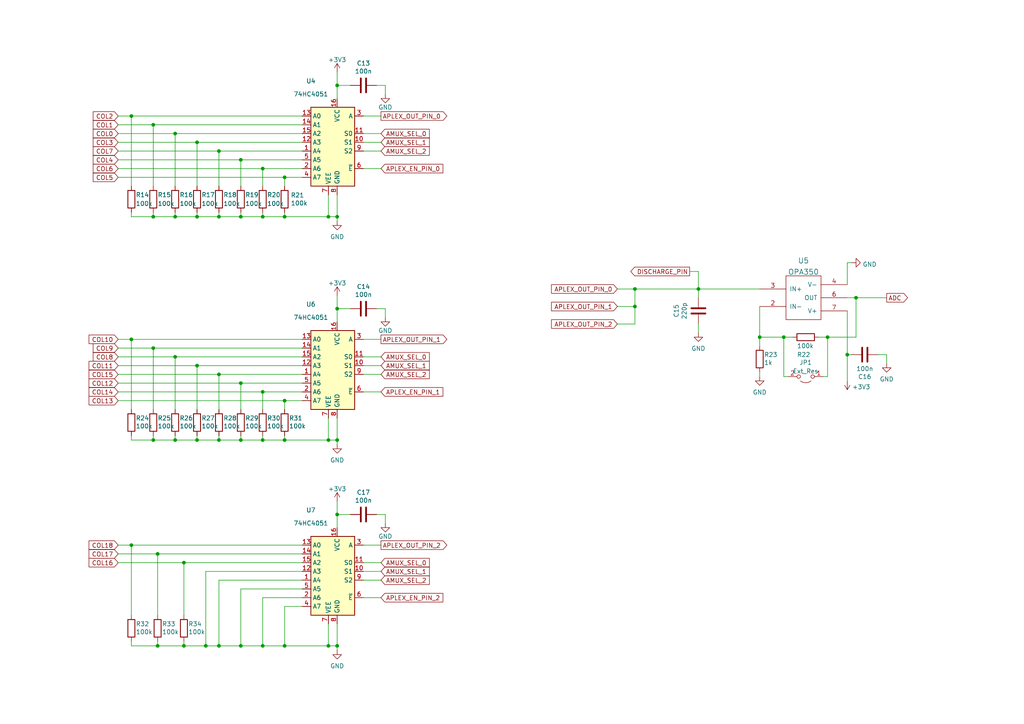
<source format=kicad_sch>
(kicad_sch (version 20231120) (generator "eeschema") (generator_version "8.0")
  (paper "A4")
  (title_block (title "CDS") (date "2023-11-17") (rev "1.0") (company "LU.SV Solutions") (comment 1 "Cipulot PCB Design") (comment 2 "Cipulot") (comment 3 "CC-BY-NC-SA-4.0"))
  (lib_symbols
    (symbol "74xx:74HC4051"
      (property "Reference" "U" (at -5.08 11.43 0))
      (property "Value" "74HC4051" (at -7.62 -13.97 0))
      (symbol "74HC4051_0_1"
        (rectangle (start -5.08 10.16) (end 7.62 -12.7) (stroke (width 0.254)) (fill (type background)))
      )
      (symbol "74HC4051_1_1"
        (pin passive line (at 10.16 -2.54 180) (length 2.54) (name "A4") (number "1"))
        (pin input line (at -7.62 0 0) (length 2.54) (name "S1") (number "10"))
        (pin input line (at -7.62 2.54 0) (length 2.54) (name "S0") (number "11"))
        (pin passive line (at 10.16 0 180) (length 2.54) (name "A3") (number "12"))
        (pin passive line (at 10.16 7.62 180) (length 2.54) (name "A0") (number "13"))
        (pin passive line (at 10.16 5.08 180) (length 2.54) (name "A1") (number "14"))
        (pin passive line (at 10.16 2.54 180) (length 2.54) (name "A2") (number "15"))
        (pin power_in line (at 0 12.7 270) (length 2.54) (name "VCC") (number "16"))
        (pin passive line (at 10.16 -7.62 180) (length 2.54) (name "A6") (number "2"))
        (pin passive line (at -7.62 7.62 0) (length 2.54) (name "A") (number "3"))
        (pin passive line (at 10.16 -10.16 180) (length 2.54) (name "A7") (number "4"))
        (pin passive line (at 10.16 -5.08 180) (length 2.54) (name "A5") (number "5"))
        (pin input line (at -7.62 -7.62 0) (length 2.54) (name "~{E}") (number "6"))
        (pin power_in line (at 2.54 -15.24 90) (length 2.54) (name "VEE") (number "7"))
        (pin power_in line (at 0 -15.24 90) (length 2.54) (name "GND") (number "8"))
        (pin input line (at -7.62 -2.54 0) (length 2.54) (name "S2") (number "9"))
      )
    )
    (symbol "Device:C" (pin_numbers hide) (pin_names (offset 0.254))
      (property "Reference" "C" (at 0.635 2.54 0))
      (property "Value" "C" (at 0.635 -2.54 0))
      (symbol "C_0_1"
        (polyline (pts (xy -2.032 -0.762) (xy 2.032 -0.762)) (stroke (width 0.508)))
        (polyline (pts (xy -2.032 0.762) (xy 2.032 0.762)) (stroke (width 0.508)))
      )
      (symbol "C_1_1"
        (pin passive line (at 0 3.81 270) (length 2.794) (name "~") (number "1"))
        (pin passive line (at 0 -3.81 90) (length 2.794) (name "~") (number "2"))
      )
    )
    (symbol "Device:R" (pin_numbers hide) (pin_names (offset 0))
      (property "Reference" "R" (at 2.032 0 90))
      (property "Value" "R" (at 0 0 90))
      (symbol "R_0_1"
        (rectangle (start -1.016 -2.54) (end 1.016 2.54) (stroke (width 0.254)))
      )
      (symbol "R_1_1"
        (pin passive line (at 0 3.81 270) (length 1.27) (name "~") (number "1"))
        (pin passive line (at 0 -3.81 90) (length 1.27) (name "~") (number "2"))
      )
    )
    (symbol "Jumper:Jumper_2_Open" (pin_names (offset 0) hide)
      (property "Reference" "JP" (at 0 2.794 0))
      (property "Value" "Jumper_2_Open" (at 0 -2.286 0))
      (symbol "Jumper_2_Open_0_0"
        (circle (center -2.032 0) (radius 0.508))
        (circle (center 2.032 0) (radius 0.508))
      )
      (symbol "Jumper_2_Open_0_1"
        (arc (start 1.524 1.27) (mid 0 1.778) (end -1.524 1.27))
      )
      (symbol "Jumper_2_Open_1_1"
        (pin passive line (at -5.08 0 0) (length 2.54) (name "A") (number "1"))
        (pin passive line (at 5.08 0 180) (length 2.54) (name "B") (number "2"))
      )
    )
    (symbol "burrbrown:OPA350" (pin_names (offset 1.016))
      (property "Reference" "U" (at 8.89 -7.62 0))
      (property "Value" "OPA350" (at 5.08 7.62 0))
      (symbol "OPA350_0_1"
        (rectangle (start 0 -6.35) (end 10.16 6.35))
        (pin input line (at -7.62 2.54 0) (length 7.62) (name "IN-") (number "2"))
        (pin input line (at -7.62 -2.54 0) (length 7.62) (name "IN+") (number "3"))
        (pin input line (at 17.78 -3.81 180) (length 7.62) (name "V-") (number "4"))
        (pin input line (at 17.78 0 180) (length 7.62) (name "OUT") (number "6"))
        (pin input line (at 17.78 3.81 180) (length 7.62) (name "V+") (number "7"))
      )
    )
    (symbol "power:+3.3V" (power) (pin_names (offset 0))
      (property "Value" "+3.3V" (at 0 3.556 0))
      (symbol "+3.3V_0_1"
        (polyline (pts (xy -0.762 1.27) (xy 0 2.54)))
        (polyline (pts (xy 0 0) (xy 0 2.54)))
        (polyline (pts (xy 0 2.54) (xy 0.762 1.27)))
      )
      (symbol "+3.3V_1_1"
        (pin power_in line (at 0 0 90) (length 0) hide (name "+3V3") (number "1"))
      )
    )
    (symbol "power:GND" (power) (pin_names (offset 0))
      (property "Value" "GND" (at 0 -3.81 0))
      (symbol "GND_0_1"
        (polyline (pts (xy 0 0) (xy 0 -1.27) (xy 1.27 -1.27) (xy 0 -2.54) (xy -1.27 -1.27) (xy 0 -1.27)))
      )
      (symbol "GND_1_1"
        (pin power_in line (at 0 0 270) (length 0) hide (name "GND") (number "1"))
      )
    )
  )
  (junction (at 248.285 86.36))
  (junction (at 95.25 187.325))
  (junction (at 76.2 187.325))
  (junction (at 95.25 62.865))
  (junction (at 184.15 88.9))
  (junction (at 57.15 41.275))
  (junction (at 97.79 24.765))
  (junction (at 97.79 62.865))
  (junction (at 53.34 163.195))
  (junction (at 82.55 116.205))
  (junction (at 76.2 113.665))
  (junction (at 69.85 187.325))
  (junction (at 76.2 62.865))
  (junction (at 69.85 127.635))
  (junction (at 44.45 100.965))
  (junction (at 82.55 187.325))
  (junction (at 69.85 111.125))
  (junction (at 95.25 127.635))
  (junction (at 50.8 62.865))
  (junction (at 202.565 83.82))
  (junction (at 97.79 187.325))
  (junction (at 63.5 108.585))
  (junction (at 57.15 62.865))
  (junction (at 184.15 83.82))
  (junction (at 45.72 187.325))
  (junction (at 38.1 158.115))
  (junction (at 220.345 97.79))
  (junction (at 45.72 160.655))
  (junction (at 69.85 62.865))
  (junction (at 44.45 62.865))
  (junction (at 63.5 43.815))
  (junction (at 97.79 89.535))
  (junction (at 44.45 127.635))
  (junction (at 76.2 48.895))
  (junction (at 227.33 97.79))
  (junction (at 50.8 127.635))
  (junction (at 57.15 127.635))
  (junction (at 63.5 187.325))
  (junction (at 82.55 51.435))
  (junction (at 69.85 46.355))
  (junction (at 97.79 127.635))
  (junction (at 38.1 33.655))
  (junction (at 59.69 187.325))
  (junction (at 63.5 127.635))
  (junction (at 240.03 97.79))
  (junction (at 57.15 106.045))
  (junction (at 63.5 62.865))
  (junction (at 97.79 149.225))
  (junction (at 44.45 36.195))
  (junction (at 38.1 98.425))
  (junction (at 245.745 102.87))
  (junction (at 53.34 187.325))
  (junction (at 50.8 103.505))
  (junction (at 82.55 62.865))
  (junction (at 50.8 38.735))
  (junction (at 76.2 127.635))
  (junction (at 82.55 127.635))
  (wire (pts (xy 248.285 97.79) (xy 248.285 86.36)))
  (wire (pts (xy 76.2 53.975) (xy 76.2 48.895)))
  (wire (pts (xy 45.72 186.055) (xy 45.72 187.325)))
  (wire (pts (xy 34.29 98.425) (xy 38.1 98.425)))
  (wire (pts (xy 109.22 149.225) (xy 111.76 149.225)))
  (wire (pts (xy 38.1 98.425) (xy 87.63 98.425)))
  (wire (pts (xy 97.79 64.135) (xy 97.79 62.865)))
  (wire (pts (xy 227.33 97.79) (xy 229.87 97.79)))
  (wire (pts (xy 38.1 53.975) (xy 38.1 33.655)))
  (wire (pts (xy 53.34 163.195) (xy 53.34 178.435)))
  (wire (pts (xy 76.2 173.355) (xy 76.2 187.325)))
  (wire (pts (xy 87.63 51.435) (xy 82.55 51.435)))
  (wire (pts (xy 38.1 127.635) (xy 44.45 127.635)))
  (wire (pts (xy 76.2 61.595) (xy 76.2 62.865)))
  (wire (pts (xy 87.63 165.735) (xy 59.69 165.735)))
  (wire (pts (xy 63.5 118.745) (xy 63.5 108.585)))
  (wire (pts (xy 220.345 97.79) (xy 227.33 97.79)))
  (wire (pts (xy 50.8 53.975) (xy 50.8 38.735)))
  (wire (pts (xy 109.22 89.535) (xy 111.76 89.535)))
  (wire (pts (xy 97.79 128.905) (xy 97.79 127.635)))
  (wire (pts (xy 87.63 41.275) (xy 57.15 41.275)))
  (wire (pts (xy 38.1 178.435) (xy 38.1 158.115)))
  (wire (pts (xy 179.07 83.82) (xy 184.15 83.82)))
  (wire (pts (xy 82.55 53.975) (xy 82.55 51.435)))
  (wire (pts (xy 69.85 127.635) (xy 76.2 127.635)))
  (wire (pts (xy 57.15 106.045) (xy 34.29 106.045)))
  (wire (pts (xy 45.72 160.655) (xy 87.63 160.655)))
  (wire (pts (xy 105.41 165.735) (xy 110.49 165.735)))
  (wire (pts (xy 50.8 62.865) (xy 57.15 62.865)))
  (wire (pts (xy 82.55 118.745) (xy 82.55 116.205)))
  (wire (pts (xy 53.34 187.325) (xy 59.69 187.325)))
  (wire (pts (xy 87.63 36.195) (xy 44.45 36.195)))
  (wire (pts (xy 57.15 127.635) (xy 63.5 127.635)))
  (wire (pts (xy 87.63 106.045) (xy 57.15 106.045)))
  (wire (pts (xy 200.025 78.74) (xy 202.565 78.74)))
  (wire (pts (xy 69.85 62.865) (xy 76.2 62.865)))
  (wire (pts (xy 87.63 38.735) (xy 50.8 38.735)))
  (wire (pts (xy 69.85 170.815) (xy 69.85 187.325)))
  (wire (pts (xy 97.79 24.765) (xy 97.79 28.575)))
  (wire (pts (xy 95.25 180.975) (xy 95.25 187.325)))
  (wire (pts (xy 248.285 86.36) (xy 257.175 86.36)))
  (wire (pts (xy 95.25 121.285) (xy 95.25 127.635)))
  (wire (pts (xy 87.63 43.815) (xy 63.5 43.815)))
  (wire (pts (xy 57.15 61.595) (xy 57.15 62.865)))
  (wire (pts (xy 50.8 103.505) (xy 34.29 103.505)))
  (wire (pts (xy 179.07 93.98) (xy 184.15 93.98)))
  (wire (pts (xy 202.565 86.36) (xy 202.565 83.82)))
  (wire (pts (xy 63.5 43.815) (xy 34.29 43.815)))
  (wire (pts (xy 63.5 127.635) (xy 69.85 127.635)))
  (wire (pts (xy 110.49 48.895) (xy 105.41 48.895)))
  (wire (pts (xy 63.5 62.865) (xy 69.85 62.865)))
  (wire (pts (xy 87.63 111.125) (xy 69.85 111.125)))
  (wire (pts (xy 34.29 51.435) (xy 82.55 51.435)))
  (wire (pts (xy 220.345 97.79) (xy 220.345 100.33)))
  (wire (pts (xy 76.2 187.325) (xy 82.55 187.325)))
  (wire (pts (xy 82.55 62.865) (xy 95.25 62.865)))
  (wire (pts (xy 111.76 89.535) (xy 111.76 92.075)))
  (wire (pts (xy 202.565 78.74) (xy 202.565 83.82)))
  (wire (pts (xy 254.635 102.87) (xy 257.175 102.87)))
  (wire (pts (xy 76.2 127.635) (xy 82.55 127.635)))
  (wire (pts (xy 69.85 61.595) (xy 69.85 62.865)))
  (wire (pts (xy 105.41 168.275) (xy 110.49 168.275)))
  (wire (pts (xy 87.63 108.585) (xy 63.5 108.585)))
  (wire (pts (xy 50.8 61.595) (xy 50.8 62.865)))
  (wire (pts (xy 97.79 188.595) (xy 97.79 187.325)))
  (wire (pts (xy 57.15 106.045) (xy 57.15 118.745)))
  (wire (pts (xy 220.345 88.9) (xy 220.345 97.79)))
  (wire (pts (xy 34.29 158.115) (xy 38.1 158.115)))
  (wire (pts (xy 82.55 187.325) (xy 95.25 187.325)))
  (wire (pts (xy 82.55 175.895) (xy 82.55 187.325)))
  (wire (pts (xy 101.6 149.225) (xy 97.79 149.225)))
  (wire (pts (xy 248.285 86.36) (xy 245.745 86.36)))
  (wire (pts (xy 44.45 126.365) (xy 44.45 127.635)))
  (wire (pts (xy 110.49 113.665) (xy 105.41 113.665)))
  (wire (pts (xy 82.55 127.635) (xy 95.25 127.635)))
  (wire (pts (xy 44.45 53.975) (xy 44.45 36.195)))
  (wire (pts (xy 44.45 36.195) (xy 34.29 36.195)))
  (wire (pts (xy 44.45 118.745) (xy 44.45 100.965)))
  (wire (pts (xy 45.72 160.655) (xy 45.72 178.435)))
  (wire (pts (xy 34.29 113.665) (xy 76.2 113.665)))
  (wire (pts (xy 95.25 56.515) (xy 95.25 62.865)))
  (wire (pts (xy 202.565 83.82) (xy 220.345 83.82)))
  (wire (pts (xy 179.07 88.9) (xy 184.15 88.9)))
  (wire (pts (xy 50.8 126.365) (xy 50.8 127.635)))
  (wire (pts (xy 237.49 97.79) (xy 240.03 97.79)))
  (wire (pts (xy 59.69 187.325) (xy 63.5 187.325)))
  (wire (pts (xy 38.1 33.655) (xy 87.63 33.655)))
  (wire (pts (xy 184.15 83.82) (xy 202.565 83.82)))
  (wire (pts (xy 38.1 186.055) (xy 38.1 187.325)))
  (wire (pts (xy 38.1 126.365) (xy 38.1 127.635)))
  (wire (pts (xy 105.41 41.275) (xy 110.49 41.275)))
  (wire (pts (xy 111.76 24.765) (xy 111.76 27.305)))
  (wire (pts (xy 184.15 93.98) (xy 184.15 88.9)))
  (wire (pts (xy 87.63 168.275) (xy 63.5 168.275)))
  (wire (pts (xy 87.63 46.355) (xy 69.85 46.355)))
  (wire (pts (xy 110.49 173.355) (xy 105.41 173.355)))
  (wire (pts (xy 87.63 100.965) (xy 44.45 100.965)))
  (wire (pts (xy 97.79 85.725) (xy 97.79 89.535)))
  (wire (pts (xy 105.41 163.195) (xy 110.49 163.195)))
  (wire (pts (xy 76.2 48.895) (xy 87.63 48.895)))
  (wire (pts (xy 34.29 33.655) (xy 38.1 33.655)))
  (wire (pts (xy 50.8 118.745) (xy 50.8 103.505)))
  (wire (pts (xy 110.49 33.655) (xy 105.41 33.655)))
  (wire (pts (xy 202.565 93.98) (xy 202.565 96.52)))
  (wire (pts (xy 63.5 53.975) (xy 63.5 43.815)))
  (wire (pts (xy 228.6 109.22) (xy 227.33 109.22)))
  (wire (pts (xy 69.85 118.745) (xy 69.85 111.125)))
  (wire (pts (xy 38.1 187.325) (xy 45.72 187.325)))
  (wire (pts (xy 63.5 61.595) (xy 63.5 62.865)))
  (wire (pts (xy 95.25 187.325) (xy 97.79 187.325)))
  (wire (pts (xy 76.2 118.745) (xy 76.2 113.665)))
  (wire (pts (xy 53.34 186.055) (xy 53.34 187.325)))
  (wire (pts (xy 57.15 62.865) (xy 63.5 62.865)))
  (wire (pts (xy 63.5 108.585) (xy 34.29 108.585)))
  (wire (pts (xy 97.79 121.285) (xy 97.79 127.635)))
  (wire (pts (xy 34.29 160.655) (xy 45.72 160.655)))
  (wire (pts (xy 109.22 24.765) (xy 111.76 24.765)))
  (wire (pts (xy 50.8 38.735) (xy 34.29 38.735)))
  (wire (pts (xy 38.1 118.745) (xy 38.1 98.425)))
  (wire (pts (xy 105.41 106.045) (xy 110.49 106.045)))
  (wire (pts (xy 82.55 126.365) (xy 82.55 127.635)))
  (wire (pts (xy 69.85 46.355) (xy 34.29 46.355)))
  (wire (pts (xy 220.345 107.95) (xy 220.345 109.22)))
  (wire (pts (xy 44.45 127.635) (xy 50.8 127.635)))
  (wire (pts (xy 95.25 127.635) (xy 97.79 127.635)))
  (wire (pts (xy 45.72 187.325) (xy 53.34 187.325)))
  (wire (pts (xy 105.41 98.425) (xy 110.49 98.425)))
  (wire (pts (xy 57.15 41.275) (xy 34.29 41.275)))
  (wire (pts (xy 38.1 61.595) (xy 38.1 62.865)))
  (wire (pts (xy 57.15 41.275) (xy 57.15 53.975)))
  (wire (pts (xy 87.63 103.505) (xy 50.8 103.505)))
  (wire (pts (xy 63.5 187.325) (xy 69.85 187.325)))
  (wire (pts (xy 69.85 111.125) (xy 34.29 111.125)))
  (wire (pts (xy 34.29 48.895) (xy 76.2 48.895)))
  (wire (pts (xy 95.25 62.865) (xy 97.79 62.865)))
  (wire (pts (xy 97.79 20.955) (xy 97.79 24.765)))
  (wire (pts (xy 34.29 163.195) (xy 53.34 163.195)))
  (wire (pts (xy 63.5 126.365) (xy 63.5 127.635)))
  (wire (pts (xy 38.1 62.865) (xy 44.45 62.865)))
  (wire (pts (xy 245.745 82.55) (xy 245.745 76.2)))
  (wire (pts (xy 76.2 126.365) (xy 76.2 127.635)))
  (wire (pts (xy 34.29 116.205) (xy 82.55 116.205)))
  (wire (pts (xy 44.45 62.865) (xy 50.8 62.865)))
  (wire (pts (xy 227.33 109.22) (xy 227.33 97.79)))
  (wire (pts (xy 76.2 173.355) (xy 87.63 173.355)))
  (wire (pts (xy 76.2 62.865) (xy 82.55 62.865)))
  (wire (pts (xy 87.63 170.815) (xy 69.85 170.815)))
  (wire (pts (xy 257.175 102.87) (xy 257.175 105.41)))
  (wire (pts (xy 44.45 61.595) (xy 44.45 62.865)))
  (wire (pts (xy 105.41 103.505) (xy 110.49 103.505)))
  (wire (pts (xy 240.03 109.22) (xy 240.03 97.79)))
  (wire (pts (xy 87.63 175.895) (xy 82.55 175.895)))
  (wire (pts (xy 53.34 163.195) (xy 87.63 163.195)))
  (wire (pts (xy 111.76 149.225) (xy 111.76 151.765)))
  (wire (pts (xy 245.745 90.17) (xy 245.745 102.87)))
  (wire (pts (xy 69.85 187.325) (xy 76.2 187.325)))
  (wire (pts (xy 59.69 165.735) (xy 59.69 187.325)))
  (wire (pts (xy 50.8 127.635) (xy 57.15 127.635)))
  (wire (pts (xy 101.6 24.765) (xy 97.79 24.765)))
  (wire (pts (xy 101.6 89.535) (xy 97.79 89.535)))
  (wire (pts (xy 97.79 145.415) (xy 97.79 149.225)))
  (wire (pts (xy 69.85 53.975) (xy 69.85 46.355)))
  (wire (pts (xy 97.79 149.225) (xy 97.79 153.035)))
  (wire (pts (xy 247.015 102.87) (xy 245.745 102.87)))
  (wire (pts (xy 184.15 83.82) (xy 184.15 88.9)))
  (wire (pts (xy 105.41 43.815) (xy 110.49 43.815)))
  (wire (pts (xy 44.45 100.965) (xy 34.29 100.965)))
  (wire (pts (xy 97.79 180.975) (xy 97.79 187.325)))
  (wire (pts (xy 57.15 126.365) (xy 57.15 127.635)))
  (wire (pts (xy 245.745 76.2) (xy 247.015 76.2)))
  (wire (pts (xy 69.85 126.365) (xy 69.85 127.635)))
  (wire (pts (xy 97.79 89.535) (xy 97.79 93.345)))
  (wire (pts (xy 38.1 158.115) (xy 87.63 158.115)))
  (wire (pts (xy 105.41 108.585) (xy 110.49 108.585)))
  (wire (pts (xy 110.49 158.115) (xy 105.41 158.115)))
  (wire (pts (xy 240.03 97.79) (xy 248.285 97.79)))
  (wire (pts (xy 105.41 38.735) (xy 110.49 38.735)))
  (wire (pts (xy 82.55 61.595) (xy 82.55 62.865)))
  (wire (pts (xy 63.5 168.275) (xy 63.5 187.325)))
  (wire (pts (xy 76.2 113.665) (xy 87.63 113.665)))
  (wire (pts (xy 97.79 56.515) (xy 97.79 62.865)))
  (wire (pts (xy 238.76 109.22) (xy 240.03 109.22)))
  (wire (pts (xy 87.63 116.205) (xy 82.55 116.205)))
  (wire (pts (xy 245.745 110.49) (xy 245.745 102.87)))
  (global_label "AMUX_SEL_2" (shape input) (at 110.49 108.585 0) (property "Intersheetrefs" "${INTERSHEET_REFS}" (effects (hide yes))))
  (global_label "COL10" (shape input) (at 34.29 98.425 180) (property "Intersheetrefs" "${INTERSHEET_REFS}" (effects (hide yes))))
  (global_label "COL7" (shape input) (at 34.29 43.815 180) (property "Intersheetrefs" "${INTERSHEET_REFS}" (effects (hide yes))))
  (global_label "AMUX_SEL_0" (shape input) (at 110.49 38.735 0) (property "Intersheetrefs" "${INTERSHEET_REFS}" (effects (hide yes))))
  (global_label "APLEX_OUT_PIN_1" (shape output) (at 110.49 98.425 0) (property "Intersheetrefs" "${INTERSHEET_REFS}" (effects (hide yes))))
  (global_label "COL3" (shape input) (at 34.29 41.275 180) (property "Intersheetrefs" "${INTERSHEET_REFS}" (effects (hide yes))))
  (global_label "COL0" (shape input) (at 34.29 38.735 180) (property "Intersheetrefs" "${INTERSHEET_REFS}" (effects (hide yes))))
  (global_label "APLEX_OUT_PIN_1" (shape input) (at 179.07 88.9 180) (property "Intersheetrefs" "${INTERSHEET_REFS}" (effects (hide yes))))
  (global_label "COL6" (shape input) (at 34.29 48.895 180) (property "Intersheetrefs" "${INTERSHEET_REFS}" (effects (hide yes))))
  (global_label "COL13" (shape input) (at 34.29 116.205 180) (property "Intersheetrefs" "${INTERSHEET_REFS}" (effects (hide yes))))
  (global_label "AMUX_SEL_1" (shape input) (at 110.49 41.275 0) (property "Intersheetrefs" "${INTERSHEET_REFS}" (effects (hide yes))))
  (global_label "COL12" (shape input) (at 34.29 111.125 180) (property "Intersheetrefs" "${INTERSHEET_REFS}" (effects (hide yes))))
  (global_label "DISCHARGE_PIN" (shape output) (at 200.025 78.74 180) (property "Intersheetrefs" "${INTERSHEET_REFS}" (effects (hide yes))))
  (global_label "COL11" (shape input) (at 34.29 106.045 180) (property "Intersheetrefs" "${INTERSHEET_REFS}" (effects (hide yes))))
  (global_label "COL9" (shape input) (at 34.29 100.965 180) (property "Intersheetrefs" "${INTERSHEET_REFS}" (effects (hide yes))))
  (global_label "APLEX_OUT_PIN_0" (shape output) (at 110.49 33.655 0) (property "Intersheetrefs" "${INTERSHEET_REFS}" (effects (hide yes))))
  (global_label "AMUX_SEL_1" (shape input) (at 110.49 106.045 0) (property "Intersheetrefs" "${INTERSHEET_REFS}" (effects (hide yes))))
  (global_label "ADC" (shape output) (at 257.175 86.36 0) (property "Intersheetrefs" "${INTERSHEET_REFS}" (effects (hide yes))))
  (global_label "COL4" (shape input) (at 34.29 46.355 180) (property "Intersheetrefs" "${INTERSHEET_REFS}" (effects (hide yes))))
  (global_label "APLEX_OUT_PIN_2" (shape input) (at 179.07 93.98 180) (property "Intersheetrefs" "${INTERSHEET_REFS}" (effects (hide yes))))
  (global_label "COL2" (shape input) (at 34.29 33.655 180) (property "Intersheetrefs" "${INTERSHEET_REFS}" (effects (hide yes))))
  (global_label "COL18" (shape input) (at 34.29 158.115 180) (property "Intersheetrefs" "${INTERSHEET_REFS}" (effects (hide yes))))
  (global_label "COL14" (shape input) (at 34.29 113.665 180) (property "Intersheetrefs" "${INTERSHEET_REFS}" (effects (hide yes))))
  (global_label "COL17" (shape input) (at 34.29 160.655 180) (property "Intersheetrefs" "${INTERSHEET_REFS}" (effects (hide yes))))
  (global_label "COL1" (shape input) (at 34.29 36.195 180) (property "Intersheetrefs" "${INTERSHEET_REFS}" (effects (hide yes))))
  (global_label "AMUX_SEL_2" (shape input) (at 110.49 43.815 0) (property "Intersheetrefs" "${INTERSHEET_REFS}" (effects (hide yes))))
  (global_label "AMUX_SEL_0" (shape input) (at 110.49 163.195 0) (property "Intersheetrefs" "${INTERSHEET_REFS}" (effects (hide yes))))
  (global_label "APLEX_OUT_PIN_0" (shape input) (at 179.07 83.82 180) (property "Intersheetrefs" "${INTERSHEET_REFS}" (effects (hide yes))))
  (global_label "APLEX_EN_PIN_2" (shape input) (at 110.49 173.355 0) (property "Intersheetrefs" "${INTERSHEET_REFS}" (effects (hide yes))))
  (global_label "COL15" (shape input) (at 34.29 108.585 180) (property "Intersheetrefs" "${INTERSHEET_REFS}" (effects (hide yes))))
  (global_label "AMUX_SEL_1" (shape input) (at 110.49 165.735 0) (property "Intersheetrefs" "${INTERSHEET_REFS}" (effects (hide yes))))
  (global_label "APLEX_OUT_PIN_2" (shape output) (at 110.49 158.115 0) (property "Intersheetrefs" "${INTERSHEET_REFS}" (effects (hide yes))))
  (global_label "COL5" (shape input) (at 34.29 51.435 180) (property "Intersheetrefs" "${INTERSHEET_REFS}" (effects (hide yes))))
  (global_label "APLEX_EN_PIN_0" (shape input) (at 110.49 48.895 0) (property "Intersheetrefs" "${INTERSHEET_REFS}" (effects (hide yes))))
  (global_label "AMUX_SEL_2" (shape input) (at 110.49 168.275 0) (property "Intersheetrefs" "${INTERSHEET_REFS}" (effects (hide yes))))
  (global_label "COL16" (shape input) (at 34.29 163.195 180) (property "Intersheetrefs" "${INTERSHEET_REFS}" (effects (hide yes))))
  (global_label "COL8" (shape input) (at 34.29 103.505 180) (property "Intersheetrefs" "${INTERSHEET_REFS}" (effects (hide yes))))
  (global_label "AMUX_SEL_0" (shape input) (at 110.49 103.505 0) (property "Intersheetrefs" "${INTERSHEET_REFS}" (effects (hide yes))))
  (global_label "APLEX_EN_PIN_1" (shape input) (at 110.49 113.665 0) (property "Intersheetrefs" "${INTERSHEET_REFS}" (effects (hide yes))))
  (symbol (lib_id "Device:R") (at 38.1 122.555 0) (unit 1)
    (property "Reference" "R24" (at 39.37 121.285 0) (effects (justify left)))
    (property "Value" "100k" (at 39.37 123.5964 0) (effects (justify left)))
    (property "Footprint" "Resistor_SMD:R_0402_1005Metric" (effects (hide yes)))
    (property "LCSC" "C25741" (effects (hide yes)))
  )
  (symbol (lib_id "74xx:74HC4051") (at 97.79 41.275 0) (mirror y) (unit 1)
    (property "Reference" "U4" (at 90.17 23.495 0))
    (property "Value" "74HC4051" (at 90.17 27.305 0))
    (property "Footprint" "cipulot_parts:TSSOP16" (effects (hide yes)))
    (property "Datasheet" "http://www.ti.com/lit/ds/symlink/cd74hc4051.pdf" (effects (hide yes)))
    (property "LCSC" "C5645" (effects (hide yes)))
  )
  (symbol (lib_id "power:+3.3V") (at 97.79 145.415 0) (unit 1)
    (property "Reference" "#PWR052" (effects (hide yes)))
    (property "Value" "+3V3" (at 97.79 141.8105 0))
  )
  (symbol (lib_id "Device:R") (at 44.45 57.785 0) (unit 1)
    (property "Reference" "R15" (at 45.72 56.515 0) (effects (justify left)))
    (property "Value" "100k" (at 45.72 59.055 0) (effects (justify left)))
    (property "Footprint" "Resistor_SMD:R_0402_1005Metric" (effects (hide yes)))
    (property "LCSC" "C25741" (effects (hide yes)))
  )
  (symbol (lib_id "power:GND") (at 202.565 96.52 0) (unit 1)
    (property "Reference" "#PWR047" (effects (hide yes)))
    (property "Value" "GND" (at 202.565 101.0825 0))
  )
  (symbol (lib_id "Device:R") (at 69.85 122.555 0) (unit 1)
    (property "Reference" "R29" (at 71.12 121.285 0) (effects (justify left)))
    (property "Value" "100k" (at 71.12 123.5964 0) (effects (justify left)))
    (property "Footprint" "Resistor_SMD:R_0402_1005Metric" (effects (hide yes)))
    (property "LCSC" "C25741" (effects (hide yes)))
  )
  (symbol (lib_id "power:GND") (at 111.76 27.305 0) (unit 1)
    (property "Reference" "#PWR042" (effects (hide yes)))
    (property "Value" "GND" (at 111.76 31.115 0))
  )
  (symbol (lib_id "Device:R") (at 233.68 97.79 270) (unit 1)
    (property "Reference" "R22" (at 231.14 102.87 90) (effects (justify left)))
    (property "Value" "100k" (at 231.14 100.33 90) (effects (justify left)))
    (property "Footprint" "Resistor_SMD:R_0402_1005Metric" (effects (hide yes)))
    (property "LCSC" "C25741" (effects (hide yes)))
  )
  (symbol (lib_id "power:GND") (at 220.345 109.22 0) (unit 1)
    (property "Reference" "#PWR049" (effects (hide yes)))
    (property "Value" "GND" (at 220.345 113.7825 0))
  )
  (symbol (lib_id "Device:R") (at 69.85 57.785 0) (unit 1)
    (property "Reference" "R19" (at 71.12 56.515 0) (effects (justify left)))
    (property "Value" "100k" (at 71.12 59.055 0) (effects (justify left)))
    (property "Footprint" "Resistor_SMD:R_0402_1005Metric" (effects (hide yes)))
    (property "LCSC" "C25741" (effects (hide yes)))
  )
  (symbol (lib_id "Device:R") (at 38.1 57.785 0) (unit 1)
    (property "Reference" "R14" (at 39.37 56.515 0) (effects (justify left)))
    (property "Value" "100k" (at 39.37 59.055 0) (effects (justify left)))
    (property "Footprint" "Resistor_SMD:R_0402_1005Metric" (effects (hide yes)))
    (property "LCSC" "C25741" (effects (hide yes)))
  )
  (symbol (lib_id "Device:R") (at 82.55 122.555 0) (unit 1)
    (property "Reference" "R31" (at 83.82 121.285 0) (effects (justify left)))
    (property "Value" "100k" (at 83.82 123.5964 0) (effects (justify left)))
    (property "Footprint" "Resistor_SMD:R_0402_1005Metric" (effects (hide yes)))
    (property "LCSC" "C25741" (effects (hide yes)))
  )
  (symbol (lib_id "74xx:74HC4051") (at 97.79 106.045 0) (mirror y) (unit 1)
    (property "Reference" "U6" (at 90.17 88.265 0))
    (property "Value" "74HC4051" (at 90.17 92.075 0))
    (property "Footprint" "cipulot_parts:TSSOP16" (effects (hide yes)))
    (property "Datasheet" "http://www.ti.com/lit/ds/symlink/cd74hc4051.pdf" (effects (hide yes)))
    (property "LCSC" "C5645" (effects (hide yes)))
  )
  (symbol (lib_id "Device:R") (at 57.15 57.785 0) (unit 1)
    (property "Reference" "R17" (at 58.42 56.515 0) (effects (justify left)))
    (property "Value" "100k" (at 58.42 59.055 0) (effects (justify left)))
    (property "Footprint" "Resistor_SMD:R_0402_1005Metric" (effects (hide yes)))
    (property "LCSC" "C25741" (effects (hide yes)))
  )
  (symbol (lib_id "Device:R") (at 220.345 104.14 0) (unit 1)
    (property "Reference" "R23" (at 221.615 102.87 0) (effects (justify left)))
    (property "Value" "1k" (at 221.615 105.1814 0) (effects (justify left)))
    (property "Footprint" "Resistor_SMD:R_0402_1005Metric" (effects (hide yes)))
    (property "LCSC" "C11702" (effects (hide yes)))
  )
  (symbol (lib_id "Device:C") (at 202.565 90.17 0) (unit 1)
    (property "Reference" "C15" (at 196.1642 90.17 90))
    (property "Value" "220p" (at 198.4756 90.17 90))
    (property "Footprint" "Capacitor_SMD:C_0402_1005Metric" (effects (hide yes)))
    (property "LCSC" "C1530" (effects (hide yes)))
  )
  (symbol (lib_id "power:GND") (at 247.015 76.2 90) (unit 1)
    (property "Reference" "#PWR044" (effects (hide yes)))
    (property "Value" "GND" (at 250.19 76.679 90) (effects (justify right)))
  )
  (symbol (lib_id "Device:R") (at 63.5 122.555 0) (unit 1)
    (property "Reference" "R28" (at 64.77 121.285 0) (effects (justify left)))
    (property "Value" "100k" (at 64.77 123.5964 0) (effects (justify left)))
    (property "Footprint" "Resistor_SMD:R_0402_1005Metric" (effects (hide yes)))
    (property "LCSC" "C25741" (effects (hide yes)))
  )
  (symbol (lib_id "74xx:74HC4051") (at 97.79 165.735 0) (mirror y) (unit 1)
    (property "Reference" "U7" (at 90.17 147.955 0))
    (property "Value" "74HC4051" (at 90.17 151.765 0))
    (property "Footprint" "cipulot_parts:TSSOP16" (effects (hide yes)))
    (property "Datasheet" "http://www.ti.com/lit/ds/symlink/cd74hc4051.pdf" (effects (hide yes)))
    (property "LCSC" "C5645" (effects (hide yes)))
  )
  (symbol (lib_id "power:GND") (at 111.76 92.075 0) (unit 1)
    (property "Reference" "#PWR046" (effects (hide yes)))
    (property "Value" "GND" (at 111.76 95.885 0))
  )
  (symbol (lib_id "Device:R") (at 76.2 57.785 0) (unit 1)
    (property "Reference" "R20" (at 77.47 56.515 0) (effects (justify left)))
    (property "Value" "100k" (at 77.47 59.055 0) (effects (justify left)))
    (property "Footprint" "Resistor_SMD:R_0402_1005Metric" (effects (hide yes)))
    (property "LCSC" "C25741" (effects (hide yes)))
  )
  (symbol (lib_id "Device:R") (at 82.55 57.785 0) (unit 1)
    (property "Reference" "R21" (at 84.328 56.6166 0) (effects (justify left)))
    (property "Value" "100k" (at 84.328 58.928 0) (effects (justify left)))
    (property "Footprint" "Resistor_SMD:R_0402_1005Metric" (effects (hide yes)))
    (property "LCSC" "C25741" (effects (hide yes)))
  )
  (symbol (lib_id "Device:R") (at 50.8 122.555 0) (unit 1)
    (property "Reference" "R26" (at 52.07 121.285 0) (effects (justify left)))
    (property "Value" "100k" (at 52.07 123.5964 0) (effects (justify left)))
    (property "Footprint" "Resistor_SMD:R_0402_1005Metric" (effects (hide yes)))
    (property "LCSC" "C25741" (effects (hide yes)))
  )
  (symbol (lib_id "Device:R") (at 44.45 122.555 0) (unit 1)
    (property "Reference" "R25" (at 45.72 121.285 0) (effects (justify left)))
    (property "Value" "100k" (at 45.72 123.5964 0) (effects (justify left)))
    (property "Footprint" "Resistor_SMD:R_0402_1005Metric" (effects (hide yes)))
    (property "LCSC" "C25741" (effects (hide yes)))
  )
  (symbol (lib_id "Device:R") (at 50.8 57.785 0) (unit 1)
    (property "Reference" "R16" (at 52.07 56.515 0) (effects (justify left)))
    (property "Value" "100k" (at 52.07 59.055 0) (effects (justify left)))
    (property "Footprint" "Resistor_SMD:R_0402_1005Metric" (effects (hide yes)))
    (property "LCSC" "C25741" (effects (hide yes)))
  )
  (symbol (lib_id "power:GND") (at 257.175 105.41 0) (unit 1)
    (property "Reference" "#PWR048" (effects (hide yes)))
    (property "Value" "GND" (at 257.175 109.9725 0))
  )
  (symbol (lib_id "Device:C") (at 105.41 89.535 270) (unit 1)
    (property "Reference" "C14" (at 105.41 83.1342 90))
    (property "Value" "100n" (at 105.41 85.4456 90))
    (property "Footprint" "Capacitor_SMD:C_0402_1005Metric" (effects (hide yes)))
    (property "LCSC" "C307331" (effects (hide yes)))
  )
  (symbol (lib_id "Device:C") (at 105.41 149.225 270) (unit 1)
    (property "Reference" "C17" (at 105.41 142.8242 90))
    (property "Value" "100n" (at 105.41 145.1356 90))
    (property "Footprint" "Capacitor_SMD:C_0402_1005Metric" (effects (hide yes)))
    (property "LCSC" "C307331" (effects (hide yes)))
  )
  (symbol (lib_id "Device:R") (at 53.34 182.245 0) (unit 1)
    (property "Reference" "R34" (at 54.61 180.975 0) (effects (justify left)))
    (property "Value" "100k" (at 54.61 183.2864 0) (effects (justify left)))
    (property "Footprint" "Resistor_SMD:R_0402_1005Metric" (effects (hide yes)))
    (property "LCSC" "C25741" (effects (hide yes)))
  )
  (symbol (lib_id "power:GND") (at 111.76 151.765 0) (unit 1)
    (property "Reference" "#PWR053" (effects (hide yes)))
    (property "Value" "GND" (at 111.76 155.575 0))
  )
  (symbol (lib_id "Device:R") (at 38.1 182.245 0) (unit 1)
    (property "Reference" "R32" (at 39.37 180.975 0) (effects (justify left)))
    (property "Value" "100k" (at 39.37 183.2864 0) (effects (justify left)))
    (property "Footprint" "Resistor_SMD:R_0402_1005Metric" (effects (hide yes)))
    (property "LCSC" "C25741" (effects (hide yes)))
  )
  (symbol (lib_id "power:GND") (at 97.79 64.135 0) (unit 1)
    (property "Reference" "#PWR043" (effects (hide yes)))
    (property "Value" "GND" (at 97.79 68.6975 0))
  )
  (symbol (lib_id "power:+3.3V") (at 97.79 20.955 0) (unit 1)
    (property "Reference" "#PWR041" (effects (hide yes)))
    (property "Value" "+3V3" (at 97.79 17.3505 0))
  )
  (symbol (lib_id "Device:C") (at 250.825 102.87 270) (mirror x) (unit 1)
    (property "Reference" "C16" (at 250.825 109.2708 90))
    (property "Value" "100n" (at 250.825 106.9594 90))
    (property "Footprint" "Capacitor_SMD:C_0402_1005Metric" (effects (hide yes)))
    (property "LCSC" "C307331" (effects (hide yes)))
  )
  (symbol (lib_id "burrbrown:OPA350") (at 227.965 86.36 0) (mirror x) (unit 1)
    (property "Reference" "U5" (at 233.045 75.6061 0) (effects (font (size 1.524 1.524))))
    (property "Value" "OPA350" (at 233.045 78.8851 0) (effects (font (size 1.524 1.524))))
    (property "Footprint" "Package_SO:SOIC-8_3.9x4.9mm_P1.27mm" (effects (hide yes)))
    (property "LCSC" "C13388" (effects (hide yes)))
  )
  (symbol (lib_id "power:GND") (at 97.79 128.905 0) (unit 1)
    (property "Reference" "#PWR051" (effects (hide yes)))
    (property "Value" "GND" (at 97.79 133.4675 0))
  )
  (symbol (lib_id "Device:C") (at 105.41 24.765 270) (unit 1)
    (property "Reference" "C13" (at 105.41 18.3642 90))
    (property "Value" "100n" (at 105.41 20.6756 90))
    (property "Footprint" "Capacitor_SMD:C_0402_1005Metric" (effects (hide yes)))
    (property "LCSC" "C307331" (effects (hide yes)))
  )
  (symbol (lib_id "power:+3.3V") (at 245.745 110.49 180) (unit 1)
    (property "Reference" "#PWR050" (effects (hide yes)))
    (property "Value" "+3V3" (at 247.142 112.239 0) (effects (justify right)))
  )
  (symbol (lib_id "Device:R") (at 45.72 182.245 0) (unit 1)
    (property "Reference" "R33" (at 46.99 180.975 0) (effects (justify left)))
    (property "Value" "100k" (at 46.99 183.2864 0) (effects (justify left)))
    (property "Footprint" "Resistor_SMD:R_0402_1005Metric" (effects (hide yes)))
    (property "LCSC" "C25741" (effects (hide yes)))
  )
  (symbol (lib_id "Device:R") (at 57.15 122.555 0) (unit 1)
    (property "Reference" "R27" (at 58.42 121.285 0) (effects (justify left)))
    (property "Value" "100k" (at 58.42 123.5964 0) (effects (justify left)))
    (property "Footprint" "Resistor_SMD:R_0402_1005Metric" (effects (hide yes)))
    (property "LCSC" "C25741" (effects (hide yes)))
  )
  (symbol (lib_id "Device:R") (at 76.2 122.555 0) (unit 1)
    (property "Reference" "R30" (at 77.47 121.285 0) (effects (justify left)))
    (property "Value" "100k" (at 77.47 123.5964 0) (effects (justify left)))
    (property "Footprint" "Resistor_SMD:R_0402_1005Metric" (effects (hide yes)))
    (property "LCSC" "C25741" (effects (hide yes)))
  )
  (symbol (lib_id "power:+3.3V") (at 97.79 85.725 0) (unit 1)
    (property "Reference" "#PWR045" (effects (hide yes)))
    (property "Value" "+3V3" (at 97.79 82.1205 0))
  )
  (symbol (lib_id "Jumper:Jumper_2_Open") (at 233.68 109.22 180) (unit 1)
    (property "Reference" "JP1" (at 233.68 105.1392 0))
    (property "Value" "Ext_Res" (at 233.68 107.6761 0))
    (property "Footprint" "Resistor_SMD:R_0603_1608Metric_Pad0.98x0.95mm_HandSolder" (effects (hide yes)))
  )
  (symbol (lib_id "power:GND") (at 97.79 188.595 0) (unit 1)
    (property "Reference" "#PWR054" (effects (hide yes)))
    (property "Value" "GND" (at 97.79 193.1575 0))
  )
  (symbol (lib_id "Device:R") (at 63.5 57.785 0) (unit 1)
    (property "Reference" "R18" (at 64.77 56.515 0) (effects (justify left)))
    (property "Value" "100k" (at 64.77 59.055 0) (effects (justify left)))
    (property "Footprint" "Resistor_SMD:R_0402_1005Metric" (effects (hide yes)))
    (property "LCSC" "C25741" (effects (hide yes)))
  )
)
</source>
